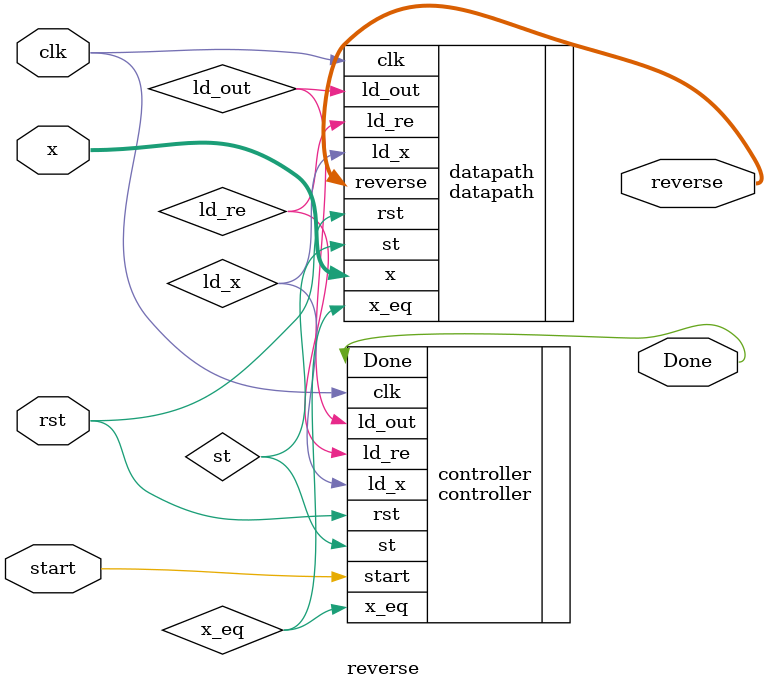
<source format=v>
`include "datapath.v"
`include "controller.v"
module reverse(
    input clk,
    input rst,
    input start,
    input [15:0] x,
    output [15:0] reverse,
    output Done
);
wire ld_x;
wire ld_out;
wire ld_re;
wire x_add;
wire x_div;
wire x_eq;
wire st;
datapath datapath(
    .clk(clk),
    .rst(rst),
    .x(x),
    .st(st),
    .ld_x(ld_x),
    .ld_re(ld_re),
    .ld_out(ld_out),
    .reverse(reverse),
    .x_eq(x_eq)
);
controller controller (
    .clk(clk),
    .rst(rst),
    .start(start),
    .x_eq(x_eq),
    .Done(Done),
    .st(st),
    .ld_x(ld_x),
    .ld_re(ld_re),
    .ld_out(ld_out)
);

endmodule
</source>
